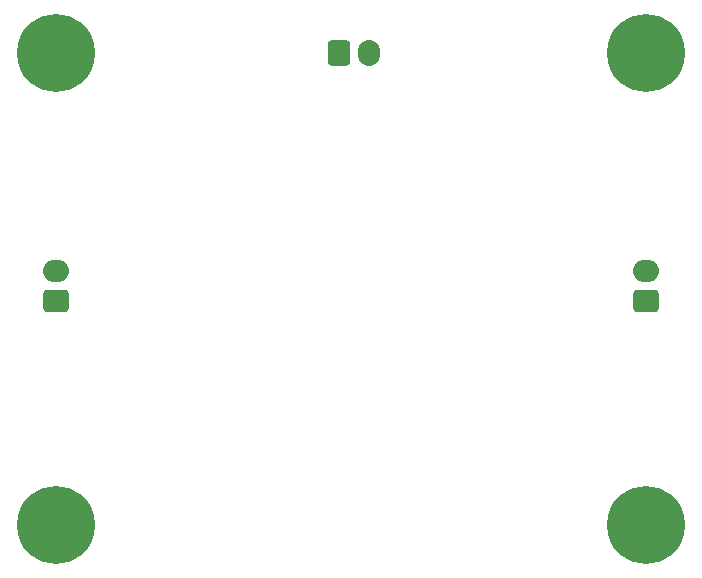
<source format=gbr>
%TF.GenerationSoftware,KiCad,Pcbnew,(6.0.11)*%
%TF.CreationDate,2023-02-16T17:23:01+01:00*%
%TF.ProjectId,microProc,6d696372-6f50-4726-9f63-2e6b69636164,rev?*%
%TF.SameCoordinates,Original*%
%TF.FileFunction,Soldermask,Bot*%
%TF.FilePolarity,Negative*%
%FSLAX46Y46*%
G04 Gerber Fmt 4.6, Leading zero omitted, Abs format (unit mm)*
G04 Created by KiCad (PCBNEW (6.0.11)) date 2023-02-16 17:23:01*
%MOMM*%
%LPD*%
G01*
G04 APERTURE LIST*
G04 Aperture macros list*
%AMRoundRect*
0 Rectangle with rounded corners*
0 $1 Rounding radius*
0 $2 $3 $4 $5 $6 $7 $8 $9 X,Y pos of 4 corners*
0 Add a 4 corners polygon primitive as box body*
4,1,4,$2,$3,$4,$5,$6,$7,$8,$9,$2,$3,0*
0 Add four circle primitives for the rounded corners*
1,1,$1+$1,$2,$3*
1,1,$1+$1,$4,$5*
1,1,$1+$1,$6,$7*
1,1,$1+$1,$8,$9*
0 Add four rect primitives between the rounded corners*
20,1,$1+$1,$2,$3,$4,$5,0*
20,1,$1+$1,$4,$5,$6,$7,0*
20,1,$1+$1,$6,$7,$8,$9,0*
20,1,$1+$1,$8,$9,$2,$3,0*%
G04 Aperture macros list end*
%ADD10C,6.600000*%
%ADD11RoundRect,0.350000X0.750000X-0.600000X0.750000X0.600000X-0.750000X0.600000X-0.750000X-0.600000X0*%
%ADD12O,2.200000X1.900000*%
%ADD13RoundRect,0.350000X-0.600000X-0.750000X0.600000X-0.750000X0.600000X0.750000X-0.600000X0.750000X0*%
%ADD14O,1.900000X2.200000*%
G04 APERTURE END LIST*
D10*
%TO.C,H4*%
X107000000Y-95000000D03*
%TD*%
%TO.C,H3*%
X157000000Y-95000000D03*
%TD*%
%TO.C,H2*%
X157000000Y-55000000D03*
%TD*%
%TO.C,H1*%
X107000000Y-55000000D03*
%TD*%
D11*
%TO.C,J3*%
X157000000Y-76000000D03*
D12*
X157000000Y-73500000D03*
%TD*%
D11*
%TO.C,J2*%
X107000000Y-76000000D03*
D12*
X107000000Y-73500000D03*
%TD*%
D13*
%TO.C,J1*%
X131000000Y-55000000D03*
D14*
X133500000Y-55000000D03*
%TD*%
M02*

</source>
